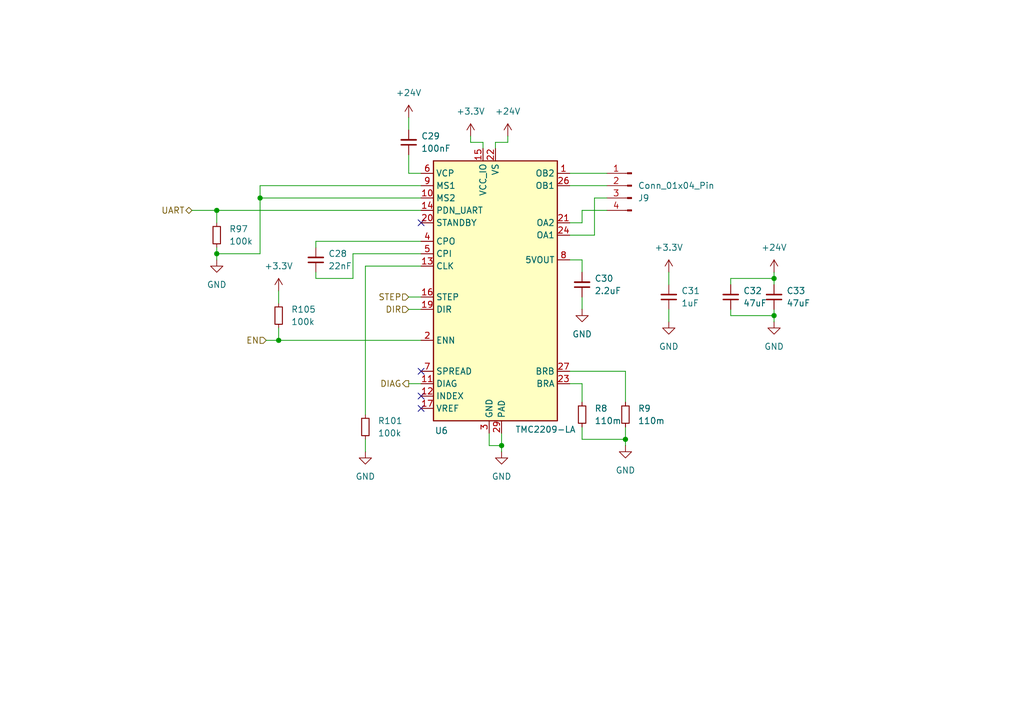
<source format=kicad_sch>
(kicad_sch (version 20250114) (generator "eeschema") (generator_version "9.0")
  (paper "A5")
  (lib_symbols
    (symbol "Connector:Conn_01x04_Pin" (pin_names (offset 1.016) (hide yes))
      (property "Reference" "J" (at 0 5.08 0))
      (property "Value" "Conn_01x04_Pin" (at 0 -7.62 0))
      (symbol "Conn_01x04_Pin_1_1"
        (rectangle (start 0.8636 2.667) (end 0 2.413) (stroke (width 0.1524)) (fill (type outline)))
        (rectangle (start 0.8636 0.127) (end 0 -0.127) (stroke (width 0.1524)) (fill (type outline)))
        (rectangle (start 0.8636 -2.413) (end 0 -2.667) (stroke (width 0.1524)) (fill (type outline)))
        (rectangle (start 0.8636 -4.953) (end 0 -5.207) (stroke (width 0.1524)) (fill (type outline)))
        (polyline (pts (xy 1.27 2.54) (xy 0.8636 2.54)) (stroke (width 0.1524)))
        (polyline (pts (xy 1.27 0) (xy 0.8636 0)) (stroke (width 0.1524)))
        (polyline (pts (xy 1.27 -2.54) (xy 0.8636 -2.54)) (stroke (width 0.1524)))
        (polyline (pts (xy 1.27 -5.08) (xy 0.8636 -5.08)) (stroke (width 0.1524)))
        (pin passive line (at 5.08 2.54 180) (length 3.81) (name "Pin_1") (number "1"))
        (pin passive line (at 5.08 0 180) (length 3.81) (name "Pin_2") (number "2"))
        (pin passive line (at 5.08 -2.54 180) (length 3.81) (name "Pin_3") (number "3"))
        (pin passive line (at 5.08 -5.08 180) (length 3.81) (name "Pin_4") (number "4"))
      )
    )
    (symbol "Device:C_Small" (pin_numbers (hide yes)) (pin_names (offset 0.254) (hide yes))
      (property "Reference" "C" (at 0.254 1.778 0))
      (property "Value" "C_Small" (at 0.254 -2.032 0))
      (symbol "C_Small_0_1"
        (polyline (pts (xy -1.524 0.508) (xy 1.524 0.508)) (stroke (width 0.3048)))
        (polyline (pts (xy -1.524 -0.508) (xy 1.524 -0.508)) (stroke (width 0.3302)))
      )
      (symbol "C_Small_1_1"
        (pin passive line (at 0 2.54 270) (length 2.032) (name "~") (number "1"))
        (pin passive line (at 0 -2.54 90) (length 2.032) (name "~") (number "2"))
      )
    )
    (symbol "Device:R_Small" (pin_numbers (hide yes)) (pin_names (offset 0.254) (hide yes))
      (property "Reference" "R" (at 0.762 0.508 0))
      (property "Value" "R_Small" (at 0.762 -1.016 0))
      (symbol "R_Small_0_1"
        (rectangle (start -0.762 1.778) (end 0.762 -1.778) (stroke (width 0.2032)))
      )
      (symbol "R_Small_1_1"
        (pin passive line (at 0 2.54 270) (length 0.762) (name "~") (number "1"))
        (pin passive line (at 0 -2.54 90) (length 0.762) (name "~") (number "2"))
      )
    )
    (symbol "personal:TMC2209-LA"
      (property "Reference" "U4" (at -12.446 -27.432 0))
      (property "Value" "TMC2209-LA" (at 4.064 -27.178 0))
      (symbol "TMC2209-LA_1_1"
        (rectangle (start -12.7 27.94) (end 12.7 -25.4) (stroke (width 0.254)) (fill (type background)))
        (pin passive line (at -15.24 25.4 0) (length 2.54) (name "VCP") (number "6"))
        (pin input line (at -15.24 22.86 0) (length 2.54) (name "MS1") (number "9"))
        (pin input line (at -15.24 20.32 0) (length 2.54) (name "MS2") (number "10"))
        (pin bidirectional line (at -15.24 17.78 0) (length 2.54) (name "PDN_UART") (number "14"))
        (pin input line (at -15.24 15.24 0) (length 2.54) (name "STANDBY") (number "20"))
        (pin passive line (at -15.24 11.43 0) (length 2.54) (name "CPO") (number "4"))
        (pin passive line (at -15.24 8.89 0) (length 2.54) (name "CPI") (number "5"))
        (pin input line (at -15.24 6.35 0) (length 2.54) (name "CLK") (number "13"))
        (pin input line (at -15.24 0 0) (length 2.54) (name "STEP") (number "16"))
        (pin input line (at -15.24 -2.54 0) (length 2.54) (name "DIR") (number "19"))
        (pin input line (at -15.24 -8.89 0) (length 2.54) (name "ENN") (number "2"))
        (pin input line (at -15.24 -15.24 0) (length 2.54) (name "SPREAD") (number "7"))
        (pin output line (at -15.24 -17.78 0) (length 2.54) (name "DIAG") (number "11"))
        (pin output line (at -15.24 -20.32 0) (length 2.54) (name "INDEX") (number "12"))
        (pin input line (at -15.24 -22.86 0) (length 2.54) (name "VREF") (number "17"))
        (pin power_in line (at -2.54 30.48 270) (length 2.54) (name "VCC_IO") (number "15"))
        (pin passive line (at -1.27 -27.94 90) (length 2.54) (hide yes) (name "GND") (number "18"))
        (pin power_in line (at -1.27 -27.94 90) (length 2.54) (name "GND") (number "3"))
        (pin power_in line (at 0 30.48 270) (length 2.54) (name "VS") (number "22"))
        (pin passive line (at 0 30.48 270) (length 2.54) (hide yes) (name "VS") (number "28"))
        (pin power_in line (at 1.27 -27.94 90) (length 2.54) (name "PAD") (number "29"))
        (pin no_connect line (at 12.7 2.54 180) (length 2.54) (hide yes) (name "NC") (number "25"))
        (pin output line (at 15.24 25.4 180) (length 2.54) (name "OB2") (number "1"))
        (pin output line (at 15.24 22.86 180) (length 2.54) (name "OB1") (number "26"))
        (pin output line (at 15.24 15.24 180) (length 2.54) (name "OA2") (number "21"))
        (pin output line (at 15.24 12.7 180) (length 2.54) (name "OA1") (number "24"))
        (pin power_out line (at 15.24 7.62 180) (length 2.54) (name "5VOUT") (number "8"))
        (pin passive line (at 15.24 -15.24 180) (length 2.54) (name "BRB") (number "27"))
        (pin passive line (at 15.24 -17.78 180) (length 2.54) (name "BRA") (number "23"))
      )
    )
    (symbol "power:+24V" (power) (pin_numbers (hide yes)) (pin_names (offset 0) (hide yes))
      (property "Value" "+24V" (at 0 3.556 0))
      (symbol "+24V_0_1"
        (polyline (pts (xy -0.762 1.27) (xy 0 2.54)))
        (polyline (pts (xy 0 2.54) (xy 0.762 1.27)))
        (polyline (pts (xy 0 0) (xy 0 2.54)))
      )
      (symbol "+24V_1_1"
        (pin power_in line (at 0 0 90) (length 0) (name "~") (number "1"))
      )
    )
    (symbol "power:+3.3V" (power) (pin_numbers (hide yes)) (pin_names (offset 0) (hide yes))
      (property "Value" "+3.3V" (at 0 3.556 0))
      (symbol "+3.3V_0_1"
        (polyline (pts (xy -0.762 1.27) (xy 0 2.54)))
        (polyline (pts (xy 0 2.54) (xy 0.762 1.27)))
        (polyline (pts (xy 0 0) (xy 0 2.54)))
      )
      (symbol "+3.3V_1_1"
        (pin power_in line (at 0 0 90) (length 0) (name "~") (number "1"))
      )
    )
    (symbol "power:GND" (power) (pin_numbers (hide yes)) (pin_names (offset 0) (hide yes))
      (property "Value" "GND" (at 0 -3.81 0))
      (symbol "GND_0_1"
        (polyline (pts (xy 0 0) (xy 0 -1.27) (xy 1.27 -1.27) (xy 0 -2.54) (xy -1.27 -1.27) (xy 0 -1.27)))
      )
      (symbol "GND_1_1"
        (pin power_in line (at 0 0 270) (length 0) (name "~") (number "1"))
      )
    )
  )
  (junction (at 44.45 52.07))
  (junction (at 158.75 57.15))
  (junction (at 102.87 91.44))
  (junction (at 128.27 90.17))
  (junction (at 158.75 64.77))
  (junction (at 44.45 43.18))
  (junction (at 57.15 69.85))
  (junction (at 53.34 40.64))
  (no_connect (at 86.36 76.2))
  (no_connect (at 86.36 45.72))
  (no_connect (at 86.36 83.82))
  (no_connect (at 86.36 81.28))
  (wire (pts (xy 116.84 45.72) (xy 119.38 45.72)))
  (wire (pts (xy 128.27 90.17) (xy 128.27 91.44)))
  (wire (pts (xy 39.37 43.18) (xy 44.45 43.18)))
  (wire (pts (xy 119.38 90.17) (xy 128.27 90.17)))
  (wire (pts (xy 119.38 60.96) (xy 119.38 63.5)))
  (wire (pts (xy 57.15 67.31) (xy 57.15 69.85)))
  (wire (pts (xy 64.77 57.15) (xy 72.39 57.15)))
  (wire (pts (xy 102.87 91.44) (xy 102.87 92.71)))
  (wire (pts (xy 53.34 40.64) (xy 53.34 52.07)))
  (wire (pts (xy 119.38 53.34) (xy 119.38 55.88)))
  (wire (pts (xy 53.34 38.1) (xy 53.34 40.64)))
  (wire (pts (xy 74.93 90.17) (xy 74.93 92.71)))
  (wire (pts (xy 57.15 69.85) (xy 86.36 69.85)))
  (wire (pts (xy 64.77 55.88) (xy 64.77 57.15)))
  (wire (pts (xy 86.36 49.53) (xy 64.77 49.53)))
  (wire (pts (xy 53.34 40.64) (xy 86.36 40.64)))
  (wire (pts (xy 149.86 57.15) (xy 149.86 58.42)))
  (wire (pts (xy 100.33 91.44) (xy 102.87 91.44)))
  (wire (pts (xy 137.16 55.88) (xy 137.16 58.42)))
  (wire (pts (xy 128.27 87.63) (xy 128.27 90.17)))
  (wire (pts (xy 158.75 64.77) (xy 158.75 66.04)))
  (wire (pts (xy 158.75 57.15) (xy 149.86 57.15)))
  (wire (pts (xy 96.52 27.94) (xy 96.52 29.21)))
  (wire (pts (xy 54.61 69.85) (xy 57.15 69.85)))
  (wire (pts (xy 116.84 78.74) (xy 119.38 78.74)))
  (wire (pts (xy 116.84 53.34) (xy 119.38 53.34)))
  (wire (pts (xy 104.14 29.21) (xy 101.6 29.21)))
  (wire (pts (xy 83.82 78.74) (xy 86.36 78.74)))
  (wire (pts (xy 64.77 49.53) (xy 64.77 50.8)))
  (wire (pts (xy 100.33 88.9) (xy 100.33 91.44)))
  (wire (pts (xy 102.87 88.9) (xy 102.87 91.44)))
  (wire (pts (xy 44.45 52.07) (xy 44.45 53.34)))
  (wire (pts (xy 121.92 40.64) (xy 121.92 48.26)))
  (wire (pts (xy 128.27 76.2) (xy 128.27 82.55)))
  (wire (pts (xy 44.45 43.18) (xy 44.45 45.72)))
  (wire (pts (xy 104.14 27.94) (xy 104.14 29.21)))
  (wire (pts (xy 99.06 29.21) (xy 99.06 30.48)))
  (wire (pts (xy 96.52 29.21) (xy 99.06 29.21)))
  (wire (pts (xy 149.86 63.5) (xy 149.86 64.77)))
  (wire (pts (xy 83.82 60.96) (xy 86.36 60.96)))
  (wire (pts (xy 119.38 45.72) (xy 119.38 43.18)))
  (wire (pts (xy 86.36 38.1) (xy 53.34 38.1)))
  (wire (pts (xy 83.82 35.56) (xy 86.36 35.56)))
  (wire (pts (xy 121.92 40.64) (xy 124.46 40.64)))
  (wire (pts (xy 119.38 87.63) (xy 119.38 90.17)))
  (wire (pts (xy 83.82 31.75) (xy 83.82 35.56)))
  (wire (pts (xy 116.84 48.26) (xy 121.92 48.26)))
  (wire (pts (xy 72.39 57.15) (xy 72.39 52.07)))
  (wire (pts (xy 116.84 38.1) (xy 124.46 38.1)))
  (wire (pts (xy 72.39 52.07) (xy 86.36 52.07)))
  (wire (pts (xy 57.15 59.69) (xy 57.15 62.23)))
  (wire (pts (xy 83.82 63.5) (xy 86.36 63.5)))
  (wire (pts (xy 119.38 78.74) (xy 119.38 82.55)))
  (wire (pts (xy 149.86 64.77) (xy 158.75 64.77)))
  (wire (pts (xy 116.84 35.56) (xy 124.46 35.56)))
  (wire (pts (xy 119.38 43.18) (xy 124.46 43.18)))
  (wire (pts (xy 158.75 57.15) (xy 158.75 58.42)))
  (wire (pts (xy 158.75 55.88) (xy 158.75 57.15)))
  (wire (pts (xy 101.6 29.21) (xy 101.6 30.48)))
  (wire (pts (xy 116.84 76.2) (xy 128.27 76.2)))
  (wire (pts (xy 83.82 24.13) (xy 83.82 26.67)))
  (wire (pts (xy 137.16 63.5) (xy 137.16 66.04)))
  (wire (pts (xy 74.93 54.61) (xy 74.93 85.09)))
  (wire (pts (xy 44.45 43.18) (xy 86.36 43.18)))
  (wire (pts (xy 158.75 63.5) (xy 158.75 64.77)))
  (wire (pts (xy 44.45 50.8) (xy 44.45 52.07)))
  (wire (pts (xy 86.36 54.61) (xy 74.93 54.61)))
  (wire (pts (xy 53.34 52.07) (xy 44.45 52.07)))
  (hierarchical_label "UART" (shape bidirectional) (at 39.37 43.18 180))
  (hierarchical_label "EN" (shape input) (at 54.61 69.85 180))
  (hierarchical_label "DIAG" (shape output) (at 83.82 78.74 180))
  (hierarchical_label "STEP" (shape input) (at 83.82 60.96 180))
  (hierarchical_label "DIR" (shape input) (at 83.82 63.5 180))
  (symbol (lib_id "Device:C_Small") (at 158.75 60.96 180) (unit 1)
    (property "Reference" "C21" (at 161.29 59.6836 0) (effects (justify right)))
    (property "Value" "47uF" (at 161.29 62.2236 0) (effects (justify right)))
    (property "Footprint" "Capacitor_SMD:C_1210_3225Metric" (effects (hide yes)))
    (property "Description" "Unpolarized capacitor, small symbol" (effects (hide yes)))
    (property "LCSC" "C6120020" (effects (hide yes)))
    (instances (project "turtleboard" (path "" (reference "C33") (unit 1)) (path "" (reference "C27") (unit 1)) (path "" (reference "C21") (unit 1)) (path "" (reference "C39") (unit 1))))
  )
  (symbol (lib_id "Device:C_Small") (at 149.86 60.96 180) (unit 1)
    (property "Reference" "C20" (at 152.4 59.6836 0) (effects (justify right)))
    (property "Value" "47uF" (at 152.4 62.2236 0) (effects (justify right)))
    (property "Footprint" "Capacitor_SMD:C_1210_3225Metric" (effects (hide yes)))
    (property "Description" "Unpolarized capacitor, small symbol" (effects (hide yes)))
    (property "LCSC" "C6120020" (effects (hide yes)))
    (instances (project "turtleboard" (path "" (reference "C32") (unit 1)) (path "" (reference "C26") (unit 1)) (path "" (reference "C20") (unit 1)) (path "" (reference "C38") (unit 1))))
  )
  (symbol (lib_id "Device:C_Small") (at 119.38 58.42 180) (unit 1)
    (property "Reference" "C18" (at 121.92 57.1436 0) (effects (justify right)))
    (property "Value" "2.2uF" (at 121.92 59.6836 0) (effects (justify right)))
    (property "Footprint" "Capacitor_SMD:C_0603_1608Metric" (effects (hide yes)))
    (property "Description" "Unpolarized capacitor, small symbol" (effects (hide yes)))
    (property "LCSC" "C23630" (effects (hide yes)))
    (instances (project "turtleboard" (path "" (reference "C30") (unit 1)) (path "" (reference "C24") (unit 1)) (path "" (reference "C18") (unit 1)) (path "" (reference "C36") (unit 1))))
  )
  (symbol (lib_id "Device:C_Small") (at 137.16 60.96 180) (unit 1)
    (property "Reference" "C19" (at 139.7 59.6836 0) (effects (justify right)))
    (property "Value" "1uF" (at 139.7 62.2236 0) (effects (justify right)))
    (property "Footprint" "Capacitor_SMD:C_0603_1608Metric" (effects (hide yes)))
    (property "Description" "Unpolarized capacitor, small symbol" (effects (hide yes)))
    (property "LCSC" "C15849" (effects (hide yes)))
    (instances (project "turtleboard" (path "" (reference "C31") (unit 1)) (path "" (reference "C25") (unit 1)) (path "" (reference "C19") (unit 1)) (path "" (reference "C37") (unit 1))))
  )
  (symbol (lib_id "power:GND") (at 158.75 66.04 0) (unit 1)
    (property "Reference" "#PWR042" (effects (hide yes)))
    (property "Value" "GND" (at 158.75 71.12 0))
    (property "Description" "Power symbol creates a global label with name \"GND\" , ground" (effects (hide yes)))
    (instances (project "turtleboard" (path "" (reference "#PWR062") (unit 1)) (path "" (reference "#PWR052") (unit 1)) (path "" (reference "#PWR042") (unit 1)) (path "" (reference "#PWR072") (unit 1))))
  )
  (symbol (lib_id "Device:R_Small") (at 57.15 64.77 0) (unit 1)
    (property "Reference" "R103" (at 59.69 63.5 0) (effects (justify left)))
    (property "Value" "100k" (at 59.69 66.04 0) (effects (justify left)))
    (property "Footprint" "Resistor_SMD:R_0603_1608Metric" (effects (hide yes)))
    (property "Description" "Resistor, small symbol" (effects (hide yes)))
    (property "LCSC" "C14675" (effects (hide yes)))
    (instances (project "turtleboard" (path "" (reference "R105") (unit 1)) (path "" (reference "R104") (unit 1)) (path "" (reference "R103") (unit 1)) (path "" (reference "R106") (unit 1))))
  )
  (symbol (lib_id "power:GND") (at 102.87 92.71 0) (unit 1)
    (property "Reference" "#PWR035" (effects (hide yes)))
    (property "Value" "GND" (at 102.87 97.79 0))
    (property "Description" "Power symbol creates a global label with name \"GND\" , ground" (effects (hide yes)))
    (instances (project "turtleboard" (path "" (reference "#PWR055") (unit 1)) (path "" (reference "#PWR045") (unit 1)) (path "" (reference "#PWR035") (unit 1)) (path "" (reference "#PWR065") (unit 1))))
  )
  (symbol (lib_id "personal:TMC2209-LA") (at 101.6 60.96 0) (unit 1)
    (property "Reference" "U4" (at 89.154 88.392 0) (effects (justify left)))
    (property "Value" "TMC2209-LA" (at 105.664 88.138 0) (effects (justify left)))
    (property "Footprint" "Package_DFN_QFN:QFN-28-1EP_5x5mm_P0.5mm_EP3.75x3.75mm_ThermalVias" (effects (hide yes)))
    (property "Datasheet" "https://www.analog.com/media/en/technical-documentation/data-sheets/TMC2202_TMC2208_TMC2224_datasheet_rev1.13.pdf" (effects (hide yes)))
    (property "Description" "Standalone driver for two-phase bipolar stepper motor, 2A, 4.75… 36V, UART, internal FETs, QFN28" (effects (hide yes)))
    (property "LCSC" "C2150710" (effects (hide yes)))
    (instances (project "" (path "" (reference "U6") (unit 1)) (path "" (reference "U5") (unit 1)) (path "" (reference "U4") (unit 1)) (path "" (reference "U7") (unit 1))))
  )
  (symbol (lib_id "power:+3.3V") (at 57.15 59.69 0) (unit 1)
    (property "Reference" "#PWR0241" (effects (hide yes)))
    (property "Value" "+3.3V" (at 57.15 54.61 0))
    (property "Description" "Power symbol creates a global label with name \"+3.3V\"" (effects (hide yes)))
    (instances (project "turtleboard" (path "" (reference "#PWR0243") (unit 1)) (path "" (reference "#PWR0242") (unit 1)) (path "" (reference "#PWR0241") (unit 1)) (path "" (reference "#PWR0244") (unit 1))))
  )
  (symbol (lib_id "power:GND") (at 137.16 66.04 0) (unit 1)
    (property "Reference" "#PWR040" (effects (hide yes)))
    (property "Value" "GND" (at 137.16 71.12 0))
    (property "Description" "Power symbol creates a global label with name \"GND\" , ground" (effects (hide yes)))
    (instances (project "turtleboard" (path "" (reference "#PWR060") (unit 1)) (path "" (reference "#PWR050") (unit 1)) (path "" (reference "#PWR040") (unit 1)) (path "" (reference "#PWR070") (unit 1))))
  )
  (symbol (lib_id "Connector:Conn_01x04_Pin") (at 129.54 38.1 0) (mirror y) (unit 1)
    (property "Reference" "J7" (at 130.81 40.64 0) (effects (justify right)))
    (property "Value" "Conn_01x04_Pin" (at 130.81 38.1 0) (effects (justify right)))
    (property "Footprint" "Connector_JST:JST_XH_B4B-XH-A_1x04_P2.50mm_Vertical" (effects (hide yes)))
    (property "Description" "Generic connector, single row, 01x04, script generated" (effects (hide yes)))
    (property "LCSC" "C566013" (effects (hide yes)))
    (instances (project "turtleboard" (path "" (reference "J9") (unit 1)) (path "" (reference "J8") (unit 1)) (path "" (reference "J7") (unit 1)) (path "" (reference "J10") (unit 1))))
  )
  (symbol (lib_id "power:GND") (at 128.27 91.44 0) (unit 1)
    (property "Reference" "#PWR038" (effects (hide yes)))
    (property "Value" "GND" (at 128.27 96.52 0))
    (property "Description" "Power symbol creates a global label with name \"GND\" , ground" (effects (hide yes)))
    (instances (project "turtleboard" (path "" (reference "#PWR058") (unit 1)) (path "" (reference "#PWR048") (unit 1)) (path "" (reference "#PWR038") (unit 1)) (path "" (reference "#PWR068") (unit 1))))
  )
  (symbol (lib_id "power:GND") (at 74.93 92.71 0) (unit 1)
    (property "Reference" "#PWR0245" (effects (hide yes)))
    (property "Value" "GND" (at 74.93 97.79 0))
    (property "Description" "Power symbol creates a global label with name \"GND\" , ground" (effects (hide yes)))
    (instances (project "turtleboard" (path "" (reference "#PWR0247") (unit 1)) (path "" (reference "#PWR0246") (unit 1)) (path "" (reference "#PWR0245") (unit 1)) (path "" (reference "#PWR0248") (unit 1))))
  )
  (symbol (lib_id "power:+3.3V") (at 137.16 55.88 0) (unit 1)
    (property "Reference" "#PWR039" (effects (hide yes)))
    (property "Value" "+3.3V" (at 137.16 50.8 0))
    (property "Description" "Power symbol creates a global label with name \"+3.3V\"" (effects (hide yes)))
    (instances (project "turtleboard" (path "" (reference "#PWR059") (unit 1)) (path "" (reference "#PWR049") (unit 1)) (path "" (reference "#PWR039") (unit 1)) (path "" (reference "#PWR069") (unit 1))))
  )
  (symbol (lib_id "Device:R_Small") (at 44.45 48.26 180) (unit 1)
    (property "Reference" "R95" (at 46.99 46.99 0) (effects (justify right)))
    (property "Value" "100k" (at 46.99 49.53 0) (effects (justify right)))
    (property "Footprint" "Resistor_SMD:R_0603_1608Metric" (effects (hide yes)))
    (property "Description" "Resistor, small symbol" (effects (hide yes)))
    (property "LCSC" "C14675" (effects (hide yes)))
    (instances (project "" (path "" (reference "R97") (unit 1)) (path "" (reference "R96") (unit 1)) (path "" (reference "R95") (unit 1)) (path "" (reference "R98") (unit 1))))
  )
  (symbol (lib_id "power:+24V") (at 104.14 27.94 0) (unit 1)
    (property "Reference" "#PWR036" (effects (hide yes)))
    (property "Value" "+24V" (at 104.14 22.86 0))
    (property "Description" "Power symbol creates a global label with name \"+24V\"" (effects (hide yes)))
    (instances (project "turtleboard" (path "" (reference "#PWR056") (unit 1)) (path "" (reference "#PWR046") (unit 1)) (path "" (reference "#PWR036") (unit 1)) (path "" (reference "#PWR066") (unit 1))))
  )
  (symbol (lib_id "Device:R_Small") (at 74.93 87.63 0) (unit 1)
    (property "Reference" "R99" (at 77.47 86.36 0) (effects (justify left)))
    (property "Value" "100k" (at 77.47 88.9 0) (effects (justify left)))
    (property "Footprint" "Resistor_SMD:R_0603_1608Metric" (effects (hide yes)))
    (property "Description" "Resistor, small symbol" (effects (hide yes)))
    (property "LCSC" "C14675" (effects (hide yes)))
    (instances (project "turtleboard" (path "" (reference "R101") (unit 1)) (path "" (reference "R100") (unit 1)) (path "" (reference "R99") (unit 1)) (path "" (reference "R102") (unit 1))))
  )
  (symbol (lib_id "Device:C_Small") (at 83.82 29.21 180) (unit 1)
    (property "Reference" "C17" (at 86.36 27.9336 0) (effects (justify right)))
    (property "Value" "100nF" (at 86.36 30.4736 0) (effects (justify right)))
    (property "Footprint" "Capacitor_SMD:C_0603_1608Metric" (effects (hide yes)))
    (property "Description" "Unpolarized capacitor, small symbol" (effects (hide yes)))
    (property "LCSC" "C14663" (effects (hide yes)))
    (instances (project "turtleboard" (path "" (reference "C29") (unit 1)) (path "" (reference "C23") (unit 1)) (path "" (reference "C17") (unit 1)) (path "" (reference "C35") (unit 1))))
  )
  (symbol (lib_id "Device:R_Small") (at 119.38 85.09 0) (unit 1)
    (property "Reference" "R4" (at 121.92 83.82 0) (effects (justify left)))
    (property "Value" "110m" (at 121.92 86.36 0) (effects (justify left)))
    (property "Footprint" "Resistor_SMD:R_1206_3216Metric" (effects (hide yes)))
    (property "Description" "Resistor, small symbol" (effects (hide yes)))
    (property "LCSC" "C2934288" (effects (hide yes)))
    (instances (project "turtleboard" (path "" (reference "R8") (unit 1)) (path "" (reference "R6") (unit 1)) (path "" (reference "R4") (unit 1)) (path "" (reference "R10") (unit 1))))
  )
  (symbol (lib_id "power:+24V") (at 158.75 55.88 0) (unit 1)
    (property "Reference" "#PWR041" (effects (hide yes)))
    (property "Value" "+24V" (at 158.75 50.8 0))
    (property "Description" "Power symbol creates a global label with name \"+24V\"" (effects (hide yes)))
    (instances (project "turtleboard" (path "" (reference "#PWR061") (unit 1)) (path "" (reference "#PWR051") (unit 1)) (path "" (reference "#PWR041") (unit 1)) (path "" (reference "#PWR071") (unit 1))))
  )
  (symbol (lib_id "power:+24V") (at 83.82 24.13 0) (unit 1)
    (property "Reference" "#PWR033" (effects (hide yes)))
    (property "Value" "+24V" (at 83.82 19.05 0))
    (property "Description" "Power symbol creates a global label with name \"+24V\"" (effects (hide yes)))
    (instances (project "turtleboard" (path "" (reference "#PWR053") (unit 1)) (path "" (reference "#PWR043") (unit 1)) (path "" (reference "#PWR033") (unit 1)) (path "" (reference "#PWR063") (unit 1))))
  )
  (symbol (lib_id "power:+3.3V") (at 96.52 27.94 0) (unit 1)
    (property "Reference" "#PWR034" (effects (hide yes)))
    (property "Value" "+3.3V" (at 96.52 22.86 0))
    (property "Description" "Power symbol creates a global label with name \"+3.3V\"" (effects (hide yes)))
    (instances (project "turtleboard" (path "" (reference "#PWR054") (unit 1)) (path "" (reference "#PWR044") (unit 1)) (path "" (reference "#PWR034") (unit 1)) (path "" (reference "#PWR064") (unit 1))))
  )
  (symbol (lib_id "Device:C_Small") (at 64.77 53.34 180) (unit 1)
    (property "Reference" "C16" (at 67.31 52.0636 0) (effects (justify right)))
    (property "Value" "22nF" (at 67.31 54.6036 0) (effects (justify right)))
    (property "Footprint" "Capacitor_SMD:C_0603_1608Metric" (effects (hide yes)))
    (property "Description" "Unpolarized capacitor, small symbol" (effects (hide yes)))
    (property "LCSC" "C21122" (effects (hide yes)))
    (instances (project "turtleboard" (path "" (reference "C28") (unit 1)) (path "" (reference "C22") (unit 1)) (path "" (reference "C16") (unit 1)) (path "" (reference "C34") (unit 1))))
  )
  (symbol (lib_id "power:GND") (at 119.38 63.5 0) (unit 1)
    (property "Reference" "#PWR037" (effects (hide yes)))
    (property "Value" "GND" (at 119.38 68.58 0))
    (property "Description" "Power symbol creates a global label with name \"GND\" , ground" (effects (hide yes)))
    (instances (project "turtleboard" (path "" (reference "#PWR057") (unit 1)) (path "" (reference "#PWR047") (unit 1)) (path "" (reference "#PWR037") (unit 1)) (path "" (reference "#PWR067") (unit 1))))
  )
  (symbol (lib_id "Device:R_Small") (at 128.27 85.09 0) (unit 1)
    (property "Reference" "R5" (at 130.81 83.82 0) (effects (justify left)))
    (property "Value" "110m" (at 130.81 86.36 0) (effects (justify left)))
    (property "Footprint" "Resistor_SMD:R_1206_3216Metric" (effects (hide yes)))
    (property "Description" "Resistor, small symbol" (effects (hide yes)))
    (property "LCSC" "C2934288" (effects (hide yes)))
    (instances (project "turtleboard" (path "" (reference "R9") (unit 1)) (path "" (reference "R7") (unit 1)) (path "" (reference "R5") (unit 1)) (path "" (reference "R11") (unit 1))))
  )
  (symbol (lib_id "power:GND") (at 44.45 53.34 0) (unit 1)
    (property "Reference" "#PWR0249" (effects (hide yes)))
    (property "Value" "GND" (at 44.45 58.42 0))
    (property "Description" "Power symbol creates a global label with name \"GND\" , ground" (effects (hide yes)))
    (instances (project "turtleboard" (path "" (reference "#PWR0251") (unit 1)) (path "" (reference "#PWR0250") (unit 1)) (path "" (reference "#PWR0249") (unit 1)) (path "" (reference "#PWR0252") (unit 1))))
  )
)
</source>
